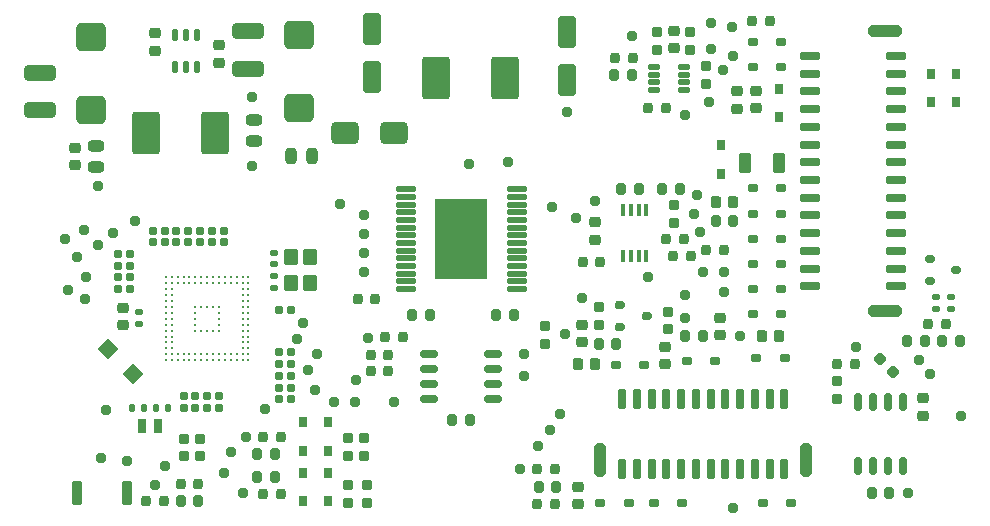
<source format=gtp>
G04*
G04 #@! TF.GenerationSoftware,Altium Limited,Altium Designer,22.6.1 (34)*
G04*
G04 Layer_Color=8421504*
%FSLAX44Y44*%
%MOMM*%
G71*
G04*
G04 #@! TF.SameCoordinates,0BC7250A-E466-409B-9AFC-A4DADF5EADDD*
G04*
G04*
G04 #@! TF.FilePolarity,Positive*
G04*
G01*
G75*
G04:AMPARAMS|DCode=17|XSize=3.6mm|YSize=2.4mm|CornerRadius=0.3mm|HoleSize=0mm|Usage=FLASHONLY|Rotation=270.000|XOffset=0mm|YOffset=0mm|HoleType=Round|Shape=RoundedRectangle|*
%AMROUNDEDRECTD17*
21,1,3.6000,1.8000,0,0,270.0*
21,1,3.0000,2.4000,0,0,270.0*
1,1,0.6000,-0.9000,-1.5000*
1,1,0.6000,-0.9000,1.5000*
1,1,0.6000,0.9000,1.5000*
1,1,0.6000,0.9000,-1.5000*
%
%ADD17ROUNDEDRECTD17*%
%ADD18C,0.9600*%
G04:AMPARAMS|DCode=19|XSize=1.3mm|YSize=1.3mm|CornerRadius=0.1625mm|HoleSize=0mm|Usage=FLASHONLY|Rotation=45.000|XOffset=0mm|YOffset=0mm|HoleType=Round|Shape=RoundedRectangle|*
%AMROUNDEDRECTD19*
21,1,1.3000,0.9750,0,0,45.0*
21,1,0.9750,1.3000,0,0,45.0*
1,1,0.3250,0.6894,0.0000*
1,1,0.3250,0.0000,-0.6894*
1,1,0.3250,-0.6894,0.0000*
1,1,0.3250,0.0000,0.6894*
%
%ADD19ROUNDEDRECTD19*%
%ADD20R,4.5000X6.9000*%
G04:AMPARAMS|DCode=21|XSize=1.75mm|YSize=0.43mm|CornerRadius=0.1075mm|HoleSize=0mm|Usage=FLASHONLY|Rotation=180.000|XOffset=0mm|YOffset=0mm|HoleType=Round|Shape=RoundedRectangle|*
%AMROUNDEDRECTD21*
21,1,1.7500,0.2150,0,0,180.0*
21,1,1.5350,0.4300,0,0,180.0*
1,1,0.2150,-0.7675,0.1075*
1,1,0.2150,0.7675,0.1075*
1,1,0.2150,0.7675,-0.1075*
1,1,0.2150,-0.7675,-0.1075*
%
%ADD21ROUNDEDRECTD21*%
G04:AMPARAMS|DCode=22|XSize=0.56mm|YSize=0.96mm|CornerRadius=0.13mm|HoleSize=0mm|Usage=FLASHONLY|Rotation=180.000|XOffset=0mm|YOffset=0mm|HoleType=Round|Shape=RoundedRectangle|*
%AMROUNDEDRECTD22*
21,1,0.5600,0.7000,0,0,180.0*
21,1,0.3000,0.9600,0,0,180.0*
1,1,0.2600,-0.1500,0.3500*
1,1,0.2600,0.1500,0.3500*
1,1,0.2600,0.1500,-0.3500*
1,1,0.2600,-0.1500,-0.3500*
%
%ADD22ROUNDEDRECTD22*%
G04:AMPARAMS|DCode=23|XSize=0.65mm|YSize=1.45mm|CornerRadius=0.1625mm|HoleSize=0mm|Usage=FLASHONLY|Rotation=180.000|XOffset=0mm|YOffset=0mm|HoleType=Round|Shape=RoundedRectangle|*
%AMROUNDEDRECTD23*
21,1,0.6500,1.1250,0,0,180.0*
21,1,0.3250,1.4500,0,0,180.0*
1,1,0.3250,-0.1625,0.5625*
1,1,0.3250,0.1625,0.5625*
1,1,0.3250,0.1625,-0.5625*
1,1,0.3250,-0.1625,-0.5625*
%
%ADD23ROUNDEDRECTD23*%
G04:AMPARAMS|DCode=24|XSize=0.75mm|YSize=0.85mm|CornerRadius=0.1875mm|HoleSize=0mm|Usage=FLASHONLY|Rotation=90.000|XOffset=0mm|YOffset=0mm|HoleType=Round|Shape=RoundedRectangle|*
%AMROUNDEDRECTD24*
21,1,0.7500,0.4750,0,0,90.0*
21,1,0.3750,0.8500,0,0,90.0*
1,1,0.3750,0.2375,0.1875*
1,1,0.3750,0.2375,-0.1875*
1,1,0.3750,-0.2375,-0.1875*
1,1,0.3750,-0.2375,0.1875*
%
%ADD24ROUNDEDRECTD24*%
G04:AMPARAMS|DCode=25|XSize=0.7mm|YSize=1.75mm|CornerRadius=0mm|HoleSize=0mm|Usage=FLASHONLY|Rotation=90.000|XOffset=0mm|YOffset=0mm|HoleType=Round|Shape=Octagon|*
%AMOCTAGOND25*
4,1,8,-0.8750,-0.1750,-0.8750,0.1750,-0.7000,0.3500,0.7000,0.3500,0.8750,0.1750,0.8750,-0.1750,0.7000,-0.3500,-0.7000,-0.3500,-0.8750,-0.1750,0.0*
%
%ADD25OCTAGOND25*%

G04:AMPARAMS|DCode=26|XSize=1mm|YSize=2.8mm|CornerRadius=0mm|HoleSize=0mm|Usage=FLASHONLY|Rotation=90.000|XOffset=0mm|YOffset=0mm|HoleType=Round|Shape=Octagon|*
%AMOCTAGOND26*
4,1,8,-1.4000,-0.2500,-1.4000,0.2500,-1.1500,0.5000,1.1500,0.5000,1.4000,0.2500,1.4000,-0.2500,1.1500,-0.5000,-1.1500,-0.5000,-1.4000,-0.2500,0.0*
%
%ADD26OCTAGOND26*%

G04:AMPARAMS|DCode=27|XSize=1mm|YSize=2.8mm|CornerRadius=0mm|HoleSize=0mm|Usage=FLASHONLY|Rotation=0.000|XOffset=0mm|YOffset=0mm|HoleType=Round|Shape=Octagon|*
%AMOCTAGOND27*
4,1,8,-0.2500,1.4000,0.2500,1.4000,0.5000,1.1500,0.5000,-1.1500,0.2500,-1.4000,-0.2500,-1.4000,-0.5000,-1.1500,-0.5000,1.1500,-0.2500,1.4000,0.0*
%
%ADD27OCTAGOND27*%

G04:AMPARAMS|DCode=28|XSize=0.6mm|YSize=1.75mm|CornerRadius=0mm|HoleSize=0mm|Usage=FLASHONLY|Rotation=0.000|XOffset=0mm|YOffset=0mm|HoleType=Round|Shape=Octagon|*
%AMOCTAGOND28*
4,1,8,-0.1500,0.8750,0.1500,0.8750,0.3000,0.7250,0.3000,-0.7250,0.1500,-0.8750,-0.1500,-0.8750,-0.3000,-0.7250,-0.3000,0.7250,-0.1500,0.8750,0.0*
%
%ADD28OCTAGOND28*%

G04:AMPARAMS|DCode=29|XSize=1.4mm|YSize=1.15mm|CornerRadius=0.1438mm|HoleSize=0mm|Usage=FLASHONLY|Rotation=270.000|XOffset=0mm|YOffset=0mm|HoleType=Round|Shape=RoundedRectangle|*
%AMROUNDEDRECTD29*
21,1,1.4000,0.8625,0,0,270.0*
21,1,1.1125,1.1500,0,0,270.0*
1,1,0.2875,-0.4313,-0.5563*
1,1,0.2875,-0.4313,0.5563*
1,1,0.2875,0.4313,0.5563*
1,1,0.2875,0.4313,-0.5563*
%
%ADD29ROUNDEDRECTD29*%
G04:AMPARAMS|DCode=30|XSize=1.7mm|YSize=1.05mm|CornerRadius=0.2625mm|HoleSize=0mm|Usage=FLASHONLY|Rotation=270.000|XOffset=0mm|YOffset=0mm|HoleType=Round|Shape=RoundedRectangle|*
%AMROUNDEDRECTD30*
21,1,1.7000,0.5250,0,0,270.0*
21,1,1.1750,1.0500,0,0,270.0*
1,1,0.5250,-0.2625,-0.5875*
1,1,0.5250,-0.2625,0.5875*
1,1,0.5250,0.2625,0.5875*
1,1,0.5250,0.2625,-0.5875*
%
%ADD30ROUNDEDRECTD30*%
G04:AMPARAMS|DCode=31|XSize=0.76mm|YSize=1.26mm|CornerRadius=0.08mm|HoleSize=0mm|Usage=FLASHONLY|Rotation=180.000|XOffset=0mm|YOffset=0mm|HoleType=Round|Shape=RoundedRectangle|*
%AMROUNDEDRECTD31*
21,1,0.7600,1.1000,0,0,180.0*
21,1,0.6000,1.2600,0,0,180.0*
1,1,0.1600,-0.3000,0.5500*
1,1,0.1600,0.3000,0.5500*
1,1,0.1600,0.3000,-0.5500*
1,1,0.1600,-0.3000,-0.5500*
%
%ADD31ROUNDEDRECTD31*%
G04:AMPARAMS|DCode=32|XSize=1.9mm|YSize=2.4mm|CornerRadius=0.475mm|HoleSize=0mm|Usage=FLASHONLY|Rotation=90.000|XOffset=0mm|YOffset=0mm|HoleType=Round|Shape=RoundedRectangle|*
%AMROUNDEDRECTD32*
21,1,1.9000,1.4500,0,0,90.0*
21,1,0.9500,2.4000,0,0,90.0*
1,1,0.9500,0.7250,0.4750*
1,1,0.9500,0.7250,-0.4750*
1,1,0.9500,-0.7250,-0.4750*
1,1,0.9500,-0.7250,0.4750*
%
%ADD32ROUNDEDRECTD32*%
G04:AMPARAMS|DCode=33|XSize=1.6mm|YSize=2.7mm|CornerRadius=0.32mm|HoleSize=0mm|Usage=FLASHONLY|Rotation=180.000|XOffset=0mm|YOffset=0mm|HoleType=Round|Shape=RoundedRectangle|*
%AMROUNDEDRECTD33*
21,1,1.6000,2.0600,0,0,180.0*
21,1,0.9600,2.7000,0,0,180.0*
1,1,0.6400,-0.4800,1.0300*
1,1,0.6400,0.4800,1.0300*
1,1,0.6400,0.4800,-1.0300*
1,1,0.6400,-0.4800,-1.0300*
%
%ADD33ROUNDEDRECTD33*%
%ADD34C,0.2600*%
G04:AMPARAMS|DCode=35|XSize=0.86mm|YSize=1.96mm|CornerRadius=0.0925mm|HoleSize=0mm|Usage=FLASHONLY|Rotation=0.000|XOffset=0mm|YOffset=0mm|HoleType=Round|Shape=RoundedRectangle|*
%AMROUNDEDRECTD35*
21,1,0.8600,1.7750,0,0,0.0*
21,1,0.6750,1.9600,0,0,0.0*
1,1,0.1850,0.3375,-0.8875*
1,1,0.1850,-0.3375,-0.8875*
1,1,0.1850,-0.3375,0.8875*
1,1,0.1850,0.3375,0.8875*
%
%ADD35ROUNDEDRECTD35*%
G04:AMPARAMS|DCode=36|XSize=0.95mm|YSize=0.85mm|CornerRadius=0.2125mm|HoleSize=0mm|Usage=FLASHONLY|Rotation=0.000|XOffset=0mm|YOffset=0mm|HoleType=Round|Shape=RoundedRectangle|*
%AMROUNDEDRECTD36*
21,1,0.9500,0.4250,0,0,0.0*
21,1,0.5250,0.8500,0,0,0.0*
1,1,0.4250,0.2625,-0.2125*
1,1,0.4250,-0.2625,-0.2125*
1,1,0.4250,-0.2625,0.2125*
1,1,0.4250,0.2625,0.2125*
%
%ADD36ROUNDEDRECTD36*%
G04:AMPARAMS|DCode=37|XSize=0.95mm|YSize=0.85mm|CornerRadius=0.2125mm|HoleSize=0mm|Usage=FLASHONLY|Rotation=270.000|XOffset=0mm|YOffset=0mm|HoleType=Round|Shape=RoundedRectangle|*
%AMROUNDEDRECTD37*
21,1,0.9500,0.4250,0,0,270.0*
21,1,0.5250,0.8500,0,0,270.0*
1,1,0.4250,-0.2125,-0.2625*
1,1,0.4250,-0.2125,0.2625*
1,1,0.4250,0.2125,0.2625*
1,1,0.4250,0.2125,-0.2625*
%
%ADD37ROUNDEDRECTD37*%
G04:AMPARAMS|DCode=38|XSize=2.5mm|YSize=2.45mm|CornerRadius=0.4288mm|HoleSize=0mm|Usage=FLASHONLY|Rotation=180.000|XOffset=0mm|YOffset=0mm|HoleType=Round|Shape=RoundedRectangle|*
%AMROUNDEDRECTD38*
21,1,2.5000,1.5925,0,0,180.0*
21,1,1.6425,2.4500,0,0,180.0*
1,1,0.8575,-0.8213,0.7963*
1,1,0.8575,0.8213,0.7963*
1,1,0.8575,0.8213,-0.7963*
1,1,0.8575,-0.8213,-0.7963*
%
%ADD38ROUNDEDRECTD38*%
G04:AMPARAMS|DCode=39|XSize=2.7mm|YSize=1.35mm|CornerRadius=0.3375mm|HoleSize=0mm|Usage=FLASHONLY|Rotation=180.000|XOffset=0mm|YOffset=0mm|HoleType=Round|Shape=RoundedRectangle|*
%AMROUNDEDRECTD39*
21,1,2.7000,0.6750,0,0,180.0*
21,1,2.0250,1.3500,0,0,180.0*
1,1,0.6750,-1.0125,0.3375*
1,1,0.6750,1.0125,0.3375*
1,1,0.6750,1.0125,-0.3375*
1,1,0.6750,-1.0125,-0.3375*
%
%ADD39ROUNDEDRECTD39*%
G04:AMPARAMS|DCode=40|XSize=0.65mm|YSize=0.55mm|CornerRadius=0.1375mm|HoleSize=0mm|Usage=FLASHONLY|Rotation=180.000|XOffset=0mm|YOffset=0mm|HoleType=Round|Shape=RoundedRectangle|*
%AMROUNDEDRECTD40*
21,1,0.6500,0.2750,0,0,180.0*
21,1,0.3750,0.5500,0,0,180.0*
1,1,0.2750,-0.1875,0.1375*
1,1,0.2750,0.1875,0.1375*
1,1,0.2750,0.1875,-0.1375*
1,1,0.2750,-0.1875,-0.1375*
%
%ADD40ROUNDEDRECTD40*%
G04:AMPARAMS|DCode=41|XSize=0.65mm|YSize=0.55mm|CornerRadius=0.1375mm|HoleSize=0mm|Usage=FLASHONLY|Rotation=90.000|XOffset=0mm|YOffset=0mm|HoleType=Round|Shape=RoundedRectangle|*
%AMROUNDEDRECTD41*
21,1,0.6500,0.2750,0,0,90.0*
21,1,0.3750,0.5500,0,0,90.0*
1,1,0.2750,0.1375,0.1875*
1,1,0.2750,0.1375,-0.1875*
1,1,0.2750,-0.1375,-0.1875*
1,1,0.2750,-0.1375,0.1875*
%
%ADD41ROUNDEDRECTD41*%
G04:AMPARAMS|DCode=42|XSize=0.95mm|YSize=0.85mm|CornerRadius=0.2125mm|HoleSize=0mm|Usage=FLASHONLY|Rotation=45.000|XOffset=0mm|YOffset=0mm|HoleType=Round|Shape=RoundedRectangle|*
%AMROUNDEDRECTD42*
21,1,0.9500,0.4250,0,0,45.0*
21,1,0.5250,0.8500,0,0,45.0*
1,1,0.4250,0.3359,0.0354*
1,1,0.4250,-0.0354,-0.3359*
1,1,0.4250,-0.3359,-0.0354*
1,1,0.4250,0.0354,0.3359*
%
%ADD42ROUNDEDRECTD42*%
G04:AMPARAMS|DCode=43|XSize=0.61mm|YSize=0.81mm|CornerRadius=0.1425mm|HoleSize=0mm|Usage=FLASHONLY|Rotation=90.000|XOffset=0mm|YOffset=0mm|HoleType=Round|Shape=RoundedRectangle|*
%AMROUNDEDRECTD43*
21,1,0.6100,0.5250,0,0,90.0*
21,1,0.3250,0.8100,0,0,90.0*
1,1,0.2850,0.2625,0.1625*
1,1,0.2850,0.2625,-0.1625*
1,1,0.2850,-0.2625,-0.1625*
1,1,0.2850,-0.2625,0.1625*
%
%ADD43ROUNDEDRECTD43*%
G04:AMPARAMS|DCode=44|XSize=0.75mm|YSize=0.85mm|CornerRadius=0.1875mm|HoleSize=0mm|Usage=FLASHONLY|Rotation=0.000|XOffset=0mm|YOffset=0mm|HoleType=Round|Shape=RoundedRectangle|*
%AMROUNDEDRECTD44*
21,1,0.7500,0.4750,0,0,0.0*
21,1,0.3750,0.8500,0,0,0.0*
1,1,0.3750,0.1875,-0.2375*
1,1,0.3750,-0.1875,-0.2375*
1,1,0.3750,-0.1875,0.2375*
1,1,0.3750,0.1875,0.2375*
%
%ADD44ROUNDEDRECTD44*%
G04:AMPARAMS|DCode=45|XSize=0.98mm|YSize=0.92mm|CornerRadius=0.23mm|HoleSize=0mm|Usage=FLASHONLY|Rotation=270.000|XOffset=0mm|YOffset=0mm|HoleType=Round|Shape=RoundedRectangle|*
%AMROUNDEDRECTD45*
21,1,0.9800,0.4600,0,0,270.0*
21,1,0.5200,0.9200,0,0,270.0*
1,1,0.4600,-0.2300,-0.2600*
1,1,0.4600,-0.2300,0.2600*
1,1,0.4600,0.2300,0.2600*
1,1,0.4600,0.2300,-0.2600*
%
%ADD45ROUNDEDRECTD45*%
G04:AMPARAMS|DCode=46|XSize=0.98mm|YSize=0.92mm|CornerRadius=0.23mm|HoleSize=0mm|Usage=FLASHONLY|Rotation=0.000|XOffset=0mm|YOffset=0mm|HoleType=Round|Shape=RoundedRectangle|*
%AMROUNDEDRECTD46*
21,1,0.9800,0.4600,0,0,0.0*
21,1,0.5200,0.9200,0,0,0.0*
1,1,0.4600,0.2600,-0.2300*
1,1,0.4600,-0.2600,-0.2300*
1,1,0.4600,-0.2600,0.2300*
1,1,0.4600,0.2600,0.2300*
%
%ADD46ROUNDEDRECTD46*%
G04:AMPARAMS|DCode=47|XSize=0.62mm|YSize=0.56mm|CornerRadius=0.14mm|HoleSize=0mm|Usage=FLASHONLY|Rotation=180.000|XOffset=0mm|YOffset=0mm|HoleType=Round|Shape=RoundedRectangle|*
%AMROUNDEDRECTD47*
21,1,0.6200,0.2800,0,0,180.0*
21,1,0.3400,0.5600,0,0,180.0*
1,1,0.2800,-0.1700,0.1400*
1,1,0.2800,0.1700,0.1400*
1,1,0.2800,0.1700,-0.1400*
1,1,0.2800,-0.1700,-0.1400*
%
%ADD47ROUNDEDRECTD47*%
G04:AMPARAMS|DCode=48|XSize=0.61mm|YSize=0.86mm|CornerRadius=0.1425mm|HoleSize=0mm|Usage=FLASHONLY|Rotation=90.000|XOffset=0mm|YOffset=0mm|HoleType=Round|Shape=RoundedRectangle|*
%AMROUNDEDRECTD48*
21,1,0.6100,0.5750,0,0,90.0*
21,1,0.3250,0.8600,0,0,90.0*
1,1,0.2850,0.2875,0.1625*
1,1,0.2850,0.2875,-0.1625*
1,1,0.2850,-0.2875,-0.1625*
1,1,0.2850,-0.2875,0.1625*
%
%ADD48ROUNDEDRECTD48*%
G04:AMPARAMS|DCode=49|XSize=0.9mm|YSize=0.8mm|CornerRadius=0.2mm|HoleSize=0mm|Usage=FLASHONLY|Rotation=270.000|XOffset=0mm|YOffset=0mm|HoleType=Round|Shape=RoundedRectangle|*
%AMROUNDEDRECTD49*
21,1,0.9000,0.4000,0,0,270.0*
21,1,0.5000,0.8000,0,0,270.0*
1,1,0.4000,-0.2000,-0.2500*
1,1,0.4000,-0.2000,0.2500*
1,1,0.4000,0.2000,0.2500*
1,1,0.4000,0.2000,-0.2500*
%
%ADD49ROUNDEDRECTD49*%
G04:AMPARAMS|DCode=50|XSize=1.35mm|YSize=0.95mm|CornerRadius=0.2375mm|HoleSize=0mm|Usage=FLASHONLY|Rotation=270.000|XOffset=0mm|YOffset=0mm|HoleType=Round|Shape=RoundedRectangle|*
%AMROUNDEDRECTD50*
21,1,1.3500,0.4750,0,0,270.0*
21,1,0.8750,0.9500,0,0,270.0*
1,1,0.4750,-0.2375,-0.4375*
1,1,0.4750,-0.2375,0.4375*
1,1,0.4750,0.2375,0.4375*
1,1,0.4750,0.2375,-0.4375*
%
%ADD50ROUNDEDRECTD50*%
G04:AMPARAMS|DCode=51|XSize=1.35mm|YSize=0.95mm|CornerRadius=0.2375mm|HoleSize=0mm|Usage=FLASHONLY|Rotation=180.000|XOffset=0mm|YOffset=0mm|HoleType=Round|Shape=RoundedRectangle|*
%AMROUNDEDRECTD51*
21,1,1.3500,0.4750,0,0,180.0*
21,1,0.8750,0.9500,0,0,180.0*
1,1,0.4750,-0.4375,0.2375*
1,1,0.4750,0.4375,0.2375*
1,1,0.4750,0.4375,-0.2375*
1,1,0.4750,-0.4375,-0.2375*
%
%ADD51ROUNDEDRECTD51*%
G04:AMPARAMS|DCode=52|XSize=0.9mm|YSize=0.8mm|CornerRadius=0.2mm|HoleSize=0mm|Usage=FLASHONLY|Rotation=0.000|XOffset=0mm|YOffset=0mm|HoleType=Round|Shape=RoundedRectangle|*
%AMROUNDEDRECTD52*
21,1,0.9000,0.4000,0,0,0.0*
21,1,0.5000,0.8000,0,0,0.0*
1,1,0.4000,0.2500,-0.2000*
1,1,0.4000,-0.2500,-0.2000*
1,1,0.4000,-0.2500,0.2000*
1,1,0.4000,0.2500,0.2000*
%
%ADD52ROUNDEDRECTD52*%
G04:AMPARAMS|DCode=53|XSize=0.6mm|YSize=0.6mm|CornerRadius=0.075mm|HoleSize=0mm|Usage=FLASHONLY|Rotation=0.000|XOffset=0mm|YOffset=0mm|HoleType=Round|Shape=RoundedRectangle|*
%AMROUNDEDRECTD53*
21,1,0.6000,0.4500,0,0,0.0*
21,1,0.4500,0.6000,0,0,0.0*
1,1,0.1500,0.2250,-0.2250*
1,1,0.1500,-0.2250,-0.2250*
1,1,0.1500,-0.2250,0.2250*
1,1,0.1500,0.2250,0.2250*
%
%ADD53ROUNDEDRECTD53*%
G04:AMPARAMS|DCode=54|XSize=0.6mm|YSize=0.6mm|CornerRadius=0.075mm|HoleSize=0mm|Usage=FLASHONLY|Rotation=270.000|XOffset=0mm|YOffset=0mm|HoleType=Round|Shape=RoundedRectangle|*
%AMROUNDEDRECTD54*
21,1,0.6000,0.4500,0,0,270.0*
21,1,0.4500,0.6000,0,0,270.0*
1,1,0.1500,-0.2250,-0.2250*
1,1,0.1500,-0.2250,0.2250*
1,1,0.1500,0.2250,0.2250*
1,1,0.1500,0.2250,-0.2250*
%
%ADD54ROUNDEDRECTD54*%
G04:AMPARAMS|DCode=55|XSize=0.65mm|YSize=1.45mm|CornerRadius=0.1625mm|HoleSize=0mm|Usage=FLASHONLY|Rotation=270.000|XOffset=0mm|YOffset=0mm|HoleType=Round|Shape=RoundedRectangle|*
%AMROUNDEDRECTD55*
21,1,0.6500,1.1250,0,0,270.0*
21,1,0.3250,1.4500,0,0,270.0*
1,1,0.3250,-0.5625,-0.1625*
1,1,0.3250,-0.5625,0.1625*
1,1,0.3250,0.5625,0.1625*
1,1,0.3250,0.5625,-0.1625*
%
%ADD55ROUNDEDRECTD55*%
G04:AMPARAMS|DCode=56|XSize=0.45mm|YSize=1mm|CornerRadius=0.1125mm|HoleSize=0mm|Usage=FLASHONLY|Rotation=90.000|XOffset=0mm|YOffset=0mm|HoleType=Round|Shape=RoundedRectangle|*
%AMROUNDEDRECTD56*
21,1,0.4500,0.7750,0,0,90.0*
21,1,0.2250,1.0000,0,0,90.0*
1,1,0.2250,0.3875,0.1125*
1,1,0.2250,0.3875,-0.1125*
1,1,0.2250,-0.3875,-0.1125*
1,1,0.2250,-0.3875,0.1125*
%
%ADD56ROUNDEDRECTD56*%
G04:AMPARAMS|DCode=57|XSize=0.4mm|YSize=1.1mm|CornerRadius=0.1mm|HoleSize=0mm|Usage=FLASHONLY|Rotation=0.000|XOffset=0mm|YOffset=0mm|HoleType=Round|Shape=RoundedRectangle|*
%AMROUNDEDRECTD57*
21,1,0.4000,0.9000,0,0,0.0*
21,1,0.2000,1.1000,0,0,0.0*
1,1,0.2000,0.1000,-0.4500*
1,1,0.2000,-0.1000,-0.4500*
1,1,0.2000,-0.1000,0.4500*
1,1,0.2000,0.1000,0.4500*
%
%ADD57ROUNDEDRECTD57*%
D17*
X118500Y330000D02*
D03*
X177000D02*
D03*
X363500Y376000D02*
D03*
X422000D02*
D03*
D18*
X392000Y304000D02*
D03*
X475000Y347500D02*
D03*
X208000Y302000D02*
D03*
Y360000D02*
D03*
X78000Y285000D02*
D03*
X615000Y12500D02*
D03*
X763000Y25000D02*
D03*
X219000Y96000D02*
D03*
X328000Y102000D02*
D03*
X460000Y78000D02*
D03*
X184000Y42000D02*
D03*
X202500Y72500D02*
D03*
X200000Y25000D02*
D03*
X190000Y60000D02*
D03*
X450000Y65000D02*
D03*
X435000Y45000D02*
D03*
X469000Y92000D02*
D03*
X473000Y160000D02*
D03*
X425000Y305000D02*
D03*
X621000Y158000D02*
D03*
X303000Y228000D02*
D03*
Y212000D02*
D03*
Y260000D02*
D03*
Y244000D02*
D03*
X487000Y190000D02*
D03*
X575000Y173000D02*
D03*
X462000Y267000D02*
D03*
X585000Y277000D02*
D03*
X126000Y32000D02*
D03*
X306000Y156000D02*
D03*
X296000Y121000D02*
D03*
X84000Y95000D02*
D03*
X77500Y235000D02*
D03*
X575000Y345000D02*
D03*
X109000Y255000D02*
D03*
X90000Y245000D02*
D03*
X595000Y356000D02*
D03*
X597000Y423000D02*
D03*
X530000Y412000D02*
D03*
X66000Y248000D02*
D03*
X615000Y395000D02*
D03*
X50000Y240000D02*
D03*
X597000Y401000D02*
D03*
X607000Y383000D02*
D03*
X614000Y420000D02*
D03*
X67500Y207500D02*
D03*
X52000Y197000D02*
D03*
X582000Y261000D02*
D03*
X498000Y272000D02*
D03*
X482000Y258000D02*
D03*
X587000Y246000D02*
D03*
X246000Y155000D02*
D03*
X590000Y212500D02*
D03*
X255000Y129000D02*
D03*
X543000Y208000D02*
D03*
X607500Y195000D02*
D03*
Y212500D02*
D03*
X251000Y169000D02*
D03*
X263000Y143000D02*
D03*
X773000Y138000D02*
D03*
X261000Y112000D02*
D03*
X782000Y126000D02*
D03*
X67000Y189000D02*
D03*
X575000Y192500D02*
D03*
X808000Y90000D02*
D03*
X134000Y48000D02*
D03*
X438000Y124000D02*
D03*
X102500Y52500D02*
D03*
X719000Y149000D02*
D03*
X277000Y102000D02*
D03*
X295000Y102500D02*
D03*
X80000Y55000D02*
D03*
X438000Y143000D02*
D03*
X60000Y225000D02*
D03*
X282500Y270000D02*
D03*
D19*
X106997Y125498D02*
D03*
X85784Y146711D02*
D03*
D20*
X385000Y240000D02*
D03*
D21*
X338000Y197750D02*
D03*
Y204250D02*
D03*
Y210750D02*
D03*
Y217250D02*
D03*
Y223750D02*
D03*
Y230250D02*
D03*
Y236750D02*
D03*
Y243250D02*
D03*
Y249750D02*
D03*
Y256250D02*
D03*
Y262750D02*
D03*
Y269250D02*
D03*
Y275750D02*
D03*
Y282250D02*
D03*
X432000D02*
D03*
Y275750D02*
D03*
Y269250D02*
D03*
Y262750D02*
D03*
Y256250D02*
D03*
Y249750D02*
D03*
Y243250D02*
D03*
Y236750D02*
D03*
Y230250D02*
D03*
Y223750D02*
D03*
Y217250D02*
D03*
Y210750D02*
D03*
Y204250D02*
D03*
Y197750D02*
D03*
D22*
X142500Y412500D02*
D03*
X152000D02*
D03*
X161500D02*
D03*
Y385500D02*
D03*
X152000D02*
D03*
X142500D02*
D03*
D23*
X720950Y47750D02*
D03*
X733650D02*
D03*
X746350D02*
D03*
X759050D02*
D03*
X720950Y102250D02*
D03*
X733650D02*
D03*
X746350D02*
D03*
X759050D02*
D03*
D24*
X576000Y136500D02*
D03*
X600000D02*
D03*
X572000Y16250D02*
D03*
X548000D02*
D03*
X527000D02*
D03*
X503000D02*
D03*
X516000Y133000D02*
D03*
X540000D02*
D03*
X659000Y139000D02*
D03*
X635000D02*
D03*
X656000Y240000D02*
D03*
X632000D02*
D03*
X656000Y261000D02*
D03*
X632000D02*
D03*
X656000Y198000D02*
D03*
X632000D02*
D03*
X656000Y219000D02*
D03*
X632000D02*
D03*
X656000Y283000D02*
D03*
X632000D02*
D03*
X656000Y177000D02*
D03*
X632000D02*
D03*
X656000Y386000D02*
D03*
X632000D02*
D03*
X656000Y407000D02*
D03*
X632000D02*
D03*
X640500Y16250D02*
D03*
X664500D02*
D03*
D25*
X753250Y200000D02*
D03*
X680750D02*
D03*
X753250Y215000D02*
D03*
X680750D02*
D03*
X753250Y230000D02*
D03*
X680750D02*
D03*
X753250Y245000D02*
D03*
X680750D02*
D03*
X753250Y260000D02*
D03*
X680750D02*
D03*
X753250Y275000D02*
D03*
X680750D02*
D03*
X753250Y290000D02*
D03*
X680750D02*
D03*
X753250Y305000D02*
D03*
X680750D02*
D03*
X753250Y320000D02*
D03*
X680750D02*
D03*
X753250Y335000D02*
D03*
X680750D02*
D03*
X753250Y350000D02*
D03*
X680750D02*
D03*
X753250Y365000D02*
D03*
X680750D02*
D03*
X753250Y380000D02*
D03*
X680750D02*
D03*
X753250Y395000D02*
D03*
X680750D02*
D03*
D26*
X744250Y179000D02*
D03*
Y416000D02*
D03*
D27*
X677250Y52750D02*
D03*
X502750D02*
D03*
D28*
X658750Y104300D02*
D03*
Y45700D02*
D03*
X646250Y104300D02*
D03*
Y45700D02*
D03*
X633750Y104300D02*
D03*
Y45700D02*
D03*
X621250Y104300D02*
D03*
Y45700D02*
D03*
X608750Y104300D02*
D03*
Y45700D02*
D03*
X596250Y104300D02*
D03*
Y45700D02*
D03*
X583750Y104300D02*
D03*
Y45700D02*
D03*
X571250Y104300D02*
D03*
Y45700D02*
D03*
X558750Y104300D02*
D03*
Y45700D02*
D03*
X546250Y104300D02*
D03*
Y45700D02*
D03*
X533750Y104300D02*
D03*
Y45700D02*
D03*
X521250Y104300D02*
D03*
Y45700D02*
D03*
D29*
X241000Y224500D02*
D03*
Y202500D02*
D03*
X257000D02*
D03*
Y224500D02*
D03*
D30*
X625750Y304500D02*
D03*
X654250D02*
D03*
D31*
X114500Y81500D02*
D03*
X128500D02*
D03*
D32*
X328497Y330000D02*
D03*
X286497D02*
D03*
D33*
X310000Y377500D02*
D03*
Y417500D02*
D03*
X474502Y375000D02*
D03*
Y415000D02*
D03*
D34*
X135000Y137498D02*
D03*
Y142498D02*
D03*
Y147498D02*
D03*
Y152498D02*
D03*
Y157498D02*
D03*
Y162498D02*
D03*
Y167498D02*
D03*
Y172498D02*
D03*
Y177498D02*
D03*
Y182498D02*
D03*
Y187498D02*
D03*
Y192498D02*
D03*
Y197498D02*
D03*
Y202498D02*
D03*
Y207498D02*
D03*
X140000Y137498D02*
D03*
Y142498D02*
D03*
Y147498D02*
D03*
Y152498D02*
D03*
Y157498D02*
D03*
Y162498D02*
D03*
Y167498D02*
D03*
Y172498D02*
D03*
Y177498D02*
D03*
Y182498D02*
D03*
Y187498D02*
D03*
Y192498D02*
D03*
Y197498D02*
D03*
Y202498D02*
D03*
Y207498D02*
D03*
X145000Y137498D02*
D03*
Y142498D02*
D03*
Y202498D02*
D03*
Y207498D02*
D03*
X150000Y137498D02*
D03*
Y142498D02*
D03*
Y202498D02*
D03*
Y207498D02*
D03*
X155000Y137498D02*
D03*
Y142498D02*
D03*
Y202498D02*
D03*
Y207498D02*
D03*
X160000Y137498D02*
D03*
Y142498D02*
D03*
Y162498D02*
D03*
Y167498D02*
D03*
Y172498D02*
D03*
Y177498D02*
D03*
Y182498D02*
D03*
Y202498D02*
D03*
Y207498D02*
D03*
X165000Y137498D02*
D03*
Y142498D02*
D03*
Y162498D02*
D03*
Y182498D02*
D03*
Y202498D02*
D03*
Y207498D02*
D03*
X170000Y137498D02*
D03*
Y142498D02*
D03*
Y162498D02*
D03*
Y182498D02*
D03*
Y202498D02*
D03*
Y207498D02*
D03*
X175000Y137498D02*
D03*
Y142498D02*
D03*
Y162498D02*
D03*
Y182498D02*
D03*
Y202498D02*
D03*
Y207498D02*
D03*
X180000Y137498D02*
D03*
Y142498D02*
D03*
Y162498D02*
D03*
Y167498D02*
D03*
Y172498D02*
D03*
Y177498D02*
D03*
Y182498D02*
D03*
Y202498D02*
D03*
Y207498D02*
D03*
X185000Y137498D02*
D03*
Y142498D02*
D03*
Y202498D02*
D03*
Y207498D02*
D03*
X190000Y137498D02*
D03*
Y142498D02*
D03*
Y202498D02*
D03*
Y207498D02*
D03*
X195000Y137498D02*
D03*
Y142498D02*
D03*
Y202498D02*
D03*
Y207498D02*
D03*
X200000Y137498D02*
D03*
Y142498D02*
D03*
Y147498D02*
D03*
Y152498D02*
D03*
Y157498D02*
D03*
Y162498D02*
D03*
Y167498D02*
D03*
Y172498D02*
D03*
Y177498D02*
D03*
Y182498D02*
D03*
Y187498D02*
D03*
Y192498D02*
D03*
Y197498D02*
D03*
Y202498D02*
D03*
Y207498D02*
D03*
X205000Y137498D02*
D03*
Y142498D02*
D03*
Y147498D02*
D03*
Y152498D02*
D03*
Y157498D02*
D03*
Y162498D02*
D03*
Y167498D02*
D03*
Y172498D02*
D03*
Y177498D02*
D03*
Y182498D02*
D03*
Y187498D02*
D03*
Y192498D02*
D03*
Y197498D02*
D03*
Y202498D02*
D03*
Y207498D02*
D03*
D35*
X102500Y25000D02*
D03*
X59500D02*
D03*
D36*
X484000Y15500D02*
D03*
Y30500D02*
D03*
X126000Y399500D02*
D03*
Y414500D02*
D03*
X180000Y389500D02*
D03*
Y404500D02*
D03*
X58000Y317500D02*
D03*
Y302500D02*
D03*
X487000Y152500D02*
D03*
Y167500D02*
D03*
X604000Y173500D02*
D03*
Y158500D02*
D03*
X619000Y365500D02*
D03*
Y350500D02*
D03*
X99000Y182000D02*
D03*
Y167000D02*
D03*
X565000Y401500D02*
D03*
Y416500D02*
D03*
X498000Y239500D02*
D03*
Y254500D02*
D03*
X776000Y90500D02*
D03*
Y105500D02*
D03*
D37*
X501500Y151000D02*
D03*
X516500D02*
D03*
X227500Y58000D02*
D03*
X212500D02*
D03*
X227500Y39000D02*
D03*
X212500D02*
D03*
X465574Y30000D02*
D03*
X450574D02*
D03*
X414500Y176000D02*
D03*
X429500D02*
D03*
X358500D02*
D03*
X343500D02*
D03*
X589500Y158000D02*
D03*
X574500D02*
D03*
X147500Y18000D02*
D03*
X162500D02*
D03*
X392500Y87000D02*
D03*
X377500D02*
D03*
X514500Y379000D02*
D03*
X529500D02*
D03*
X570500Y282000D02*
D03*
X555500D02*
D03*
X535500D02*
D03*
X520500D02*
D03*
X615500Y255000D02*
D03*
X600500D02*
D03*
X732500Y25000D02*
D03*
X747500D02*
D03*
X807500Y154000D02*
D03*
X792500D02*
D03*
X762500D02*
D03*
X777500D02*
D03*
D38*
X248000Y351250D02*
D03*
Y412750D02*
D03*
X71498Y349250D02*
D03*
Y410750D02*
D03*
D39*
X205000Y416000D02*
D03*
Y384000D02*
D03*
X28495Y381000D02*
D03*
Y349000D02*
D03*
D40*
X112000Y168500D02*
D03*
Y178500D02*
D03*
X227000Y218500D02*
D03*
Y228500D02*
D03*
Y208500D02*
D03*
Y198500D02*
D03*
D41*
X126500Y97000D02*
D03*
X136500D02*
D03*
X116497D02*
D03*
X106497D02*
D03*
D42*
X750303Y127697D02*
D03*
X739697Y138303D02*
D03*
D43*
X781750Y223500D02*
D03*
Y204500D02*
D03*
X804250Y214000D02*
D03*
D44*
X804000Y380000D02*
D03*
Y356000D02*
D03*
X783000Y380000D02*
D03*
Y356000D02*
D03*
X654000Y367000D02*
D03*
Y343000D02*
D03*
X605000Y319500D02*
D03*
Y295500D02*
D03*
X251000Y61000D02*
D03*
Y85000D02*
D03*
X272000D02*
D03*
Y61000D02*
D03*
X251000Y42000D02*
D03*
Y18000D02*
D03*
X272000D02*
D03*
Y42000D02*
D03*
D45*
X483600Y134000D02*
D03*
X498400D02*
D03*
X654400Y158003D02*
D03*
X639600D02*
D03*
X600600Y271000D02*
D03*
X615400D02*
D03*
D46*
X558000Y134100D02*
D03*
Y148900D02*
D03*
X635000Y350600D02*
D03*
Y365400D02*
D03*
D47*
X787000Y181000D02*
D03*
Y191000D02*
D03*
X800000Y181000D02*
D03*
Y191000D02*
D03*
D48*
X519250Y184500D02*
D03*
Y165500D02*
D03*
X542750Y175000D02*
D03*
D49*
X631500Y425000D02*
D03*
X646500D02*
D03*
X217500Y72500D02*
D03*
X232500D02*
D03*
X217500Y24500D02*
D03*
X232500D02*
D03*
X464574Y45000D02*
D03*
X449574D02*
D03*
X449500Y15997D02*
D03*
X464500D02*
D03*
X312500Y189000D02*
D03*
X297500D02*
D03*
X323500Y142000D02*
D03*
X308500D02*
D03*
X320500Y157000D02*
D03*
X335500D02*
D03*
X162500Y33000D02*
D03*
X147500D02*
D03*
X118500Y18000D02*
D03*
X133500D02*
D03*
X323500Y128000D02*
D03*
X308500D02*
D03*
X543500Y351000D02*
D03*
X558500D02*
D03*
X530500Y393000D02*
D03*
X515500D02*
D03*
X488000Y221000D02*
D03*
X503000D02*
D03*
X558500Y240000D02*
D03*
X573500D02*
D03*
X579500Y226000D02*
D03*
X564500D02*
D03*
X607500Y231000D02*
D03*
X592500D02*
D03*
X703500Y134000D02*
D03*
X718500D02*
D03*
X780500Y168000D02*
D03*
X795500D02*
D03*
D50*
X241250Y310000D02*
D03*
X258750D02*
D03*
D51*
X210000Y340750D02*
D03*
Y323250D02*
D03*
X76000Y301250D02*
D03*
Y318750D02*
D03*
D52*
X303000Y56500D02*
D03*
Y71500D02*
D03*
X289000Y71500D02*
D03*
Y56500D02*
D03*
X305000Y31500D02*
D03*
Y16500D02*
D03*
X289000Y16500D02*
D03*
Y31500D02*
D03*
X456000Y151500D02*
D03*
Y166500D02*
D03*
X502000Y167500D02*
D03*
Y182500D02*
D03*
X560000Y163500D02*
D03*
Y178500D02*
D03*
X164002Y56000D02*
D03*
Y71000D02*
D03*
X150000Y71000D02*
D03*
Y56000D02*
D03*
X592000Y371500D02*
D03*
Y386500D02*
D03*
X579000Y415500D02*
D03*
Y400500D02*
D03*
X551000Y415500D02*
D03*
Y400500D02*
D03*
X565000Y268500D02*
D03*
Y253500D02*
D03*
X703000Y104500D02*
D03*
Y119500D02*
D03*
D53*
X159997Y97200D02*
D03*
Y106800D02*
D03*
X170000D02*
D03*
Y97200D02*
D03*
X180000Y106800D02*
D03*
Y97200D02*
D03*
X164007Y237200D02*
D03*
Y246800D02*
D03*
X154005Y237200D02*
D03*
Y246800D02*
D03*
X144003Y237200D02*
D03*
Y246800D02*
D03*
X134000D02*
D03*
Y237200D02*
D03*
X124000Y246800D02*
D03*
Y237200D02*
D03*
X149995Y97200D02*
D03*
Y106800D02*
D03*
X174010Y237200D02*
D03*
Y246800D02*
D03*
X184013D02*
D03*
Y237200D02*
D03*
D54*
X231200Y105000D02*
D03*
X240800D02*
D03*
X240800Y180010D02*
D03*
X231200D02*
D03*
X231200Y114000D02*
D03*
X240800D02*
D03*
X231200Y124000D02*
D03*
X240800D02*
D03*
X104300Y227500D02*
D03*
X94700D02*
D03*
X104300Y217500D02*
D03*
X94700D02*
D03*
X231200Y134000D02*
D03*
X240800D02*
D03*
X231200Y144000D02*
D03*
X240800D02*
D03*
X94700Y207500D02*
D03*
X104300D02*
D03*
X94700Y197498D02*
D03*
X104300D02*
D03*
D55*
X412250Y104950D02*
D03*
Y117650D02*
D03*
Y130350D02*
D03*
Y143050D02*
D03*
X357750Y104950D02*
D03*
Y117650D02*
D03*
Y130350D02*
D03*
Y143050D02*
D03*
D56*
X548000Y385751D02*
D03*
Y379250D02*
D03*
Y372751D02*
D03*
X574000D02*
D03*
Y379250D02*
D03*
Y385751D02*
D03*
X548000Y366250D02*
D03*
X574000D02*
D03*
D57*
X522250Y225625D02*
D03*
X528750D02*
D03*
X535250D02*
D03*
X541750D02*
D03*
X522250Y264375D02*
D03*
X528750D02*
D03*
X535250D02*
D03*
X541750D02*
D03*
M02*

</source>
